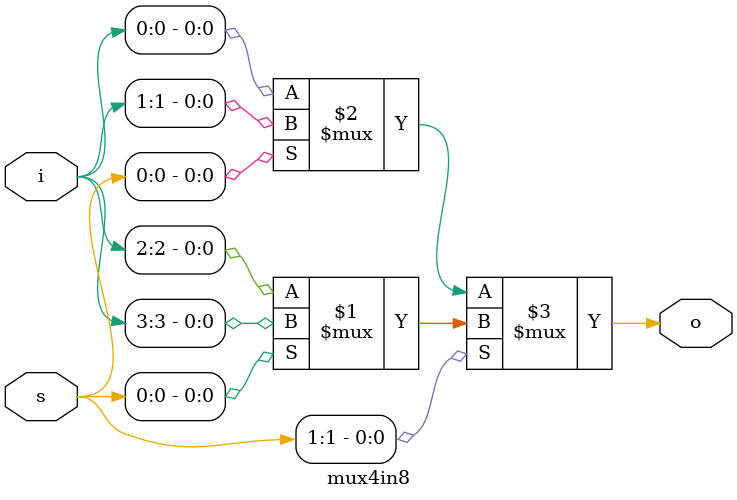
<source format=v>
module mux4in8(input [3:0] i, input [1:0] s, output o);
    assign o = s[1] ? (s[0] ? i[3] : i[2]) : (s[0] ? i[1] : i[0]);
endmodule

</source>
